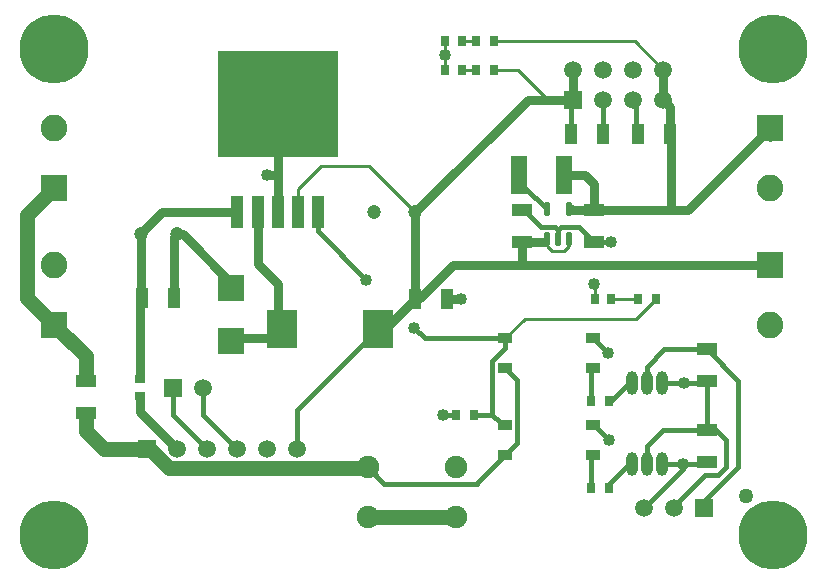
<source format=gtl>
G04*
G04 #@! TF.GenerationSoftware,Altium Limited,Altium Designer,18.0.12 (696)*
G04*
G04 Layer_Physical_Order=1*
G04 Layer_Color=255*
%FSLAX25Y25*%
%MOIN*%
G70*
G01*
G75*
%ADD12C,0.01000*%
%ADD14R,0.06693X0.04331*%
%ADD15R,0.03543X0.02756*%
%ADD16R,0.03150X0.03543*%
%ADD17R,0.05300X0.12600*%
%ADD18R,0.40000X0.35200*%
%ADD19R,0.04000X0.10600*%
%ADD20R,0.04528X0.03543*%
%ADD21R,0.02756X0.03543*%
%ADD22R,0.04331X0.06693*%
%ADD23R,0.10000X0.13000*%
G04:AMPARAMS|DCode=24|XSize=44.88mil|YSize=22.83mil|CornerRadius=5.71mil|HoleSize=0mil|Usage=FLASHONLY|Rotation=270.000|XOffset=0mil|YOffset=0mil|HoleType=Round|Shape=RoundedRectangle|*
%AMROUNDEDRECTD24*
21,1,0.04488,0.01141,0,0,270.0*
21,1,0.03347,0.02283,0,0,270.0*
1,1,0.01141,-0.00571,-0.01673*
1,1,0.01141,-0.00571,0.01673*
1,1,0.01141,0.00571,0.01673*
1,1,0.01141,0.00571,-0.01673*
%
%ADD24ROUNDEDRECTD24*%
%ADD25R,0.09055X0.09055*%
%ADD49C,0.01500*%
%ADD50C,0.03000*%
%ADD51C,0.05000*%
%ADD52O,0.03937X0.07874*%
%ADD53O,0.03937X0.07874*%
%ADD54R,0.05906X0.05906*%
%ADD55C,0.05906*%
%ADD56C,0.08859*%
%ADD57R,0.08578X0.08578*%
%ADD58C,0.23000*%
%ADD59C,0.04724*%
%ADD60C,0.07500*%
%ADD61C,0.04000*%
%ADD62C,0.05000*%
D12*
X149291Y256250D02*
Y261000D01*
Y251500D02*
Y256250D01*
X165500Y251500D02*
X173500D01*
X165000D02*
X165500D01*
X173500D02*
X183500Y241500D01*
X212500Y261000D02*
X222000Y251500D01*
X165500Y261000D02*
X212500D01*
X175866Y168500D02*
X212953D01*
X169366Y162000D02*
X175866Y168500D01*
X212953D02*
X219453Y175000D01*
X199244Y175000D02*
Y179756D01*
X190740Y192740D02*
Y195098D01*
X189000Y191000D02*
X190740Y192740D01*
X185000Y191000D02*
X189000D01*
X93500Y240100D02*
X107400Y254000D01*
X190740Y204902D02*
X191500D01*
X183500Y241500D02*
X184000D01*
X159595Y251500D02*
X159595Y251500D01*
X154803Y251500D02*
X159595D01*
Y261000D02*
X159595Y261000D01*
X154803Y261000D02*
X159595D01*
X124006Y219274D02*
X139279Y204000D01*
X107774Y219274D02*
X124006D01*
X100200Y211700D02*
X107774Y219274D01*
X213547Y175000D02*
X213547Y175000D01*
X204756Y175000D02*
X213547D01*
X154803Y251500D02*
X154803Y251500D01*
X100200Y203900D02*
Y211700D01*
X183260Y192740D02*
X185000Y191000D01*
X183260Y192740D02*
Y195098D01*
X182347Y194185D02*
X183260Y195098D01*
X175400Y212762D02*
Y218000D01*
D14*
X29500Y137185D02*
D03*
Y147815D02*
D03*
X236500Y120685D02*
D03*
Y131315D02*
D03*
Y147685D02*
D03*
Y158315D02*
D03*
X199000Y194185D02*
D03*
Y204815D02*
D03*
X175000D02*
D03*
Y194185D02*
D03*
D15*
X47500Y142547D02*
D03*
Y148453D02*
D03*
D16*
X149291Y251500D02*
D03*
X154803D02*
D03*
X149291Y261000D02*
D03*
X154803D02*
D03*
X199244Y175000D02*
D03*
X204756D02*
D03*
D17*
X173900Y216500D02*
D03*
X189100D02*
D03*
D18*
X93500Y240100D02*
D03*
D19*
X106900Y203900D02*
D03*
X100200D02*
D03*
X93500D02*
D03*
X86800D02*
D03*
X80100D02*
D03*
D20*
X169366Y152000D02*
D03*
Y162000D02*
D03*
X198500D02*
D03*
Y152000D02*
D03*
X169366Y123000D02*
D03*
Y133000D02*
D03*
X198500D02*
D03*
Y123000D02*
D03*
D21*
X158953Y136500D02*
D03*
X153047D02*
D03*
X198047Y112000D02*
D03*
X203953D02*
D03*
X198047Y141000D02*
D03*
X203953D02*
D03*
X219453Y175000D02*
D03*
X213547D02*
D03*
X165500Y261000D02*
D03*
X159595D02*
D03*
X165500Y251500D02*
D03*
X159595D02*
D03*
D22*
X213685Y230000D02*
D03*
X224315D02*
D03*
X201815D02*
D03*
X191185D02*
D03*
X48185Y175500D02*
D03*
X58815D02*
D03*
X139185Y175000D02*
D03*
X149815D02*
D03*
D23*
X127000Y165000D02*
D03*
X95000D02*
D03*
D24*
X183260Y204902D02*
D03*
X190740D02*
D03*
Y195098D02*
D03*
X187000D02*
D03*
X183260D02*
D03*
D25*
X78000Y161142D02*
D03*
Y178858D02*
D03*
D49*
X228500Y120000D02*
X238815D01*
X235750Y105250D02*
Y107750D01*
X222315Y158315D02*
X236500D01*
X216500Y152500D02*
X222315Y158315D01*
X216500Y147146D02*
Y152500D01*
X175343Y205157D02*
X181408Y199092D01*
X142500Y162000D02*
X169366D01*
X139000Y165500D02*
X142500Y162000D01*
X106900Y197600D02*
X123000Y181500D01*
X106900Y197600D02*
Y203900D01*
X189000Y216000D02*
Y216500D01*
X169366Y158866D02*
Y162000D01*
X165000Y154500D02*
X169366Y158866D01*
X165000Y136500D02*
Y154500D01*
X198500Y162000D02*
X203500Y157000D01*
X148500Y136500D02*
X153047D01*
X199000Y180000D02*
X199244Y179756D01*
X199185Y194000D02*
X204500D01*
X187000Y195098D02*
Y198000D01*
X188092Y199092D02*
X194093D01*
X187000Y198000D02*
X188092Y199092D01*
X194093D02*
X199000Y194185D01*
X175000Y204815D02*
X175343Y205157D01*
X181408Y199092D02*
X185908D01*
X175400Y212762D02*
X183260Y204902D01*
X185908Y199092D02*
X187000Y198000D01*
X199000Y194185D02*
X199185Y194000D01*
X174160Y204815D02*
X175000D01*
X228500Y118500D02*
Y120000D01*
X215500Y105500D02*
X228500Y118500D01*
X222406Y120000D02*
X228500D01*
X229000Y147146D02*
X236500D01*
X238961D01*
X225250Y105750D02*
X236000Y116500D01*
X222406Y147146D02*
X229000D01*
X221815Y131315D02*
X236500D01*
X216500Y126000D02*
X221815Y131315D01*
X247096Y119097D02*
Y147719D01*
X235750Y107750D02*
X247096Y119097D01*
X236500Y158315D02*
X247096Y147719D01*
X239685Y131315D02*
X243000Y128000D01*
Y119198D02*
Y128000D01*
X240302Y116500D02*
X243000Y119198D01*
X236000Y116500D02*
X240302D01*
X236500Y147146D02*
Y147685D01*
Y131315D02*
Y147146D01*
Y131315D02*
X239685D01*
X153000Y119000D02*
X153047Y119047D01*
X158953Y136500D02*
X165000D01*
X68500D02*
Y145500D01*
Y136500D02*
X80000Y125000D01*
X58500Y136500D02*
Y145500D01*
Y136500D02*
X70000Y125000D01*
X100000Y138000D02*
X127000Y165000D01*
X100000Y125000D02*
Y138000D01*
X160366Y114000D02*
X169366Y123000D01*
X129000Y113500D02*
X160000D01*
X123500Y119000D02*
X129000Y113500D01*
X169366Y152000D02*
X173380Y147986D01*
X169366Y123000D02*
X173380Y127014D01*
Y147986D01*
X212000Y241500D02*
X213000Y240500D01*
Y231185D02*
Y240500D01*
X201815Y241315D02*
X202000Y241500D01*
X201815Y230000D02*
Y241315D01*
X191185Y240685D02*
X192000Y241500D01*
X191185Y230000D02*
Y240685D01*
X167500Y134000D02*
X169000D01*
X165000Y136500D02*
X167500Y134000D01*
X213685Y230000D02*
Y230500D01*
X199000Y133000D02*
X204000Y128000D01*
X198500Y133000D02*
X199000D01*
X203953Y141000D02*
X204448D01*
X210594Y147146D01*
X198047Y151547D02*
X198500Y152000D01*
X198047Y141000D02*
Y151547D01*
Y122547D02*
X198500Y123000D01*
X198047Y112000D02*
Y122547D01*
X203953Y112000D02*
Y113359D01*
X210594Y120000D01*
X216500D02*
Y126000D01*
D50*
X47500Y174815D02*
X48185Y175500D01*
X47500Y149500D02*
Y174815D01*
Y137500D02*
Y141500D01*
Y137500D02*
X60000Y125000D01*
X48000Y175685D02*
X48185Y175500D01*
X48000Y175685D02*
Y196626D01*
X93500Y216500D02*
Y240100D01*
Y203900D02*
Y216500D01*
X48000Y196626D02*
Y197000D01*
X54900Y203900D01*
X86800Y186700D02*
X93500Y180000D01*
Y166500D02*
Y180000D01*
Y166500D02*
X95000Y165000D01*
X129185D02*
X139185Y175000D01*
X127000Y165000D02*
X129185D01*
X176779Y241500D02*
X183500D01*
X139279Y204000D02*
X176779Y241500D01*
X139185Y203906D02*
X139279Y204000D01*
X139185Y175000D02*
Y203906D01*
X140937Y175437D02*
X152000Y186500D01*
X175000D01*
X221750Y241250D02*
X222000Y241000D01*
X149815Y175000D02*
X154500D01*
X78000Y178858D02*
Y180500D01*
X61874Y196626D02*
X78000Y180500D01*
X59811Y196626D02*
X61874D01*
X58815Y195630D02*
X59811Y196626D01*
X58815Y175500D02*
Y195630D01*
X60000Y125000D02*
Y126500D01*
X90000Y216500D02*
X93500D01*
X92000Y162000D02*
X95000Y165000D01*
X78500Y162000D02*
X92000D01*
X191500Y204902D02*
X191587Y204815D01*
X199000D01*
X184000Y241500D02*
X192000D01*
Y251500D01*
X222000Y241500D02*
Y251500D01*
X86800Y186700D02*
Y203900D01*
X222000Y241500D02*
X224315Y239185D01*
Y230000D02*
Y239185D01*
X224500Y204815D02*
X230315D01*
X199000D02*
X224500D01*
X224315Y230000D02*
X224500Y229815D01*
Y204815D02*
Y229815D01*
X175000Y186500D02*
Y194185D01*
Y186500D02*
X257500D01*
X54900Y203900D02*
X80100D01*
X189100Y216500D02*
X196000D01*
X199000Y204815D02*
Y213500D01*
X196000Y216500D02*
X199000Y213500D01*
X230315Y204815D02*
X257500Y232000D01*
Y229000D02*
Y232000D01*
X175000Y194185D02*
X182347D01*
D51*
X57327Y118547D02*
X123500D01*
X19000Y166500D02*
X29500Y156000D01*
Y148500D02*
Y156000D01*
Y131000D02*
Y136000D01*
Y131000D02*
X35500Y125000D01*
X50000D01*
X50874D01*
X57327Y118547D01*
X123500D02*
Y119000D01*
X10000Y175500D02*
Y203000D01*
X19000Y212000D01*
X10000Y175500D02*
X19000Y166500D01*
X123500Y102465D02*
X153000D01*
D52*
X221500Y120000D02*
D03*
X211500D02*
D03*
X221500Y147000D02*
D03*
X211500D02*
D03*
D53*
X216500Y120000D02*
D03*
Y147000D02*
D03*
D54*
X192000Y241500D02*
D03*
X58500Y145500D02*
D03*
X50000Y125000D02*
D03*
X235500Y105500D02*
D03*
D55*
X192000Y251500D02*
D03*
X202000Y241500D02*
D03*
Y251500D02*
D03*
X212000Y241500D02*
D03*
Y251500D02*
D03*
X222000Y241500D02*
D03*
Y251500D02*
D03*
X68500Y145500D02*
D03*
X60000Y125000D02*
D03*
X70000D02*
D03*
X80000D02*
D03*
X90000D02*
D03*
X100000D02*
D03*
X225500Y105500D02*
D03*
X215500D02*
D03*
D56*
X19000Y186500D02*
D03*
Y232000D02*
D03*
X257500Y166500D02*
D03*
Y212000D02*
D03*
D57*
X19000Y166500D02*
D03*
Y212000D02*
D03*
X257500Y186500D02*
D03*
Y232000D02*
D03*
D58*
X19000Y258500D02*
D03*
X258500D02*
D03*
Y96500D02*
D03*
X19000D02*
D03*
D59*
X139279Y204000D02*
D03*
X125500D02*
D03*
X48000Y196626D02*
D03*
X59811D02*
D03*
D60*
X153000Y102465D02*
D03*
Y119000D02*
D03*
X123500Y102465D02*
D03*
Y119000D02*
D03*
D61*
X123000Y181500D02*
D03*
X203500Y157000D02*
D03*
X148500Y136500D02*
D03*
X199000Y180000D02*
D03*
X154500Y175000D02*
D03*
X204500Y194000D02*
D03*
X149291Y256250D02*
D03*
X139000Y165500D02*
D03*
X228500Y120000D02*
D03*
X229000Y147146D02*
D03*
X90000Y216500D02*
D03*
X204000Y128000D02*
D03*
D62*
X19000Y249500D02*
D03*
X10000Y258500D02*
D03*
X28000D02*
D03*
X19000Y267500D02*
D03*
X258500Y249500D02*
D03*
X249500Y258500D02*
D03*
X267500D02*
D03*
X258500Y267500D02*
D03*
Y87500D02*
D03*
X249500Y109500D02*
D03*
X267500Y96500D02*
D03*
X258500Y105500D02*
D03*
X19000Y87500D02*
D03*
X10000Y96500D02*
D03*
X28000D02*
D03*
X19000Y105500D02*
D03*
M02*

</source>
